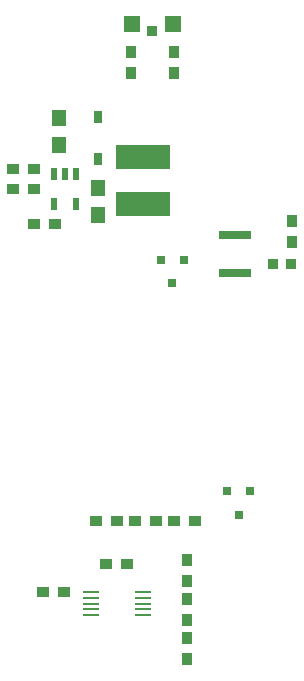
<source format=gbr>
G04 DesignSpark PCB PRO Gerber Version 10.0 Build 5299*
G04 #@! TF.Part,Single*
G04 #@! TF.FileFunction,Paste,Top*
G04 #@! TF.FilePolarity,Positive*
%FSLAX36Y36*%
%MOIN*%
G04 #@! TA.AperFunction,SMDPad,CuDef*
%ADD99R,0.02126X0.04488*%
%ADD102R,0.02835X0.04213*%
%ADD105R,0.03543X0.03898*%
%ADD100R,0.04950X0.05450*%
%ADD109R,0.03012X0.03012*%
%ADD107R,0.03189X0.03189*%
%ADD110R,0.03366X0.03366*%
%ADD106R,0.05315X0.05315*%
%ADD104R,0.05394X0.01063*%
%ADD108R,0.10717X0.03118*%
%ADD103R,0.03898X0.03543*%
%ADD101R,0.18012X0.07972*%
G04 #@! TD.AperFunction*
X0Y0D02*
D02*
D99*
X403543Y2001969D03*
Y2100394D03*
X440945D03*
X478346Y2001969D03*
Y2100394D03*
D02*
D100*
X421260Y2199094D03*
Y2289094D03*
X551181Y1962874D03*
Y2052874D03*
D02*
D101*
X700787Y2000000D03*
Y2157480D03*
D02*
D102*
X551181Y2151575D03*
Y2289370D03*
D02*
D103*
X268150Y2051181D03*
Y2118110D03*
X338150Y2051181D03*
Y2118110D03*
X339016Y1933071D03*
X366575Y708461D03*
X409016Y1933071D03*
X436575Y708461D03*
X543740Y944882D03*
X579173Y799213D03*
X613740Y944882D03*
X649173Y799213D03*
X673661Y944882D03*
X743661D03*
X803583D03*
X873583D03*
D02*
D104*
X526815Y629720D03*
Y649406D03*
Y669091D03*
Y688776D03*
Y708461D03*
X700043Y629720D03*
Y649406D03*
Y669091D03*
Y688776D03*
Y708461D03*
D02*
D105*
X661417Y2437441D03*
Y2507441D03*
X803150Y2437441D03*
Y2507441D03*
X846457Y484484D03*
Y554484D03*
Y614406D03*
Y684406D03*
Y744327D03*
Y814327D03*
X1196850Y1874449D03*
Y1944449D03*
D02*
D106*
X663386Y2602362D03*
X801181D03*
D02*
D107*
X732283Y2576772D03*
D02*
D108*
X1007874Y1770276D03*
Y1899016D03*
D02*
D109*
X761811Y1814961D03*
X799213Y1736220D03*
X836614Y1814961D03*
X982283Y1043307D03*
X1019685Y964567D03*
X1057087Y1043307D03*
D02*
D110*
X1135827Y1799213D03*
X1194882D03*
X0Y0D02*
M02*

</source>
